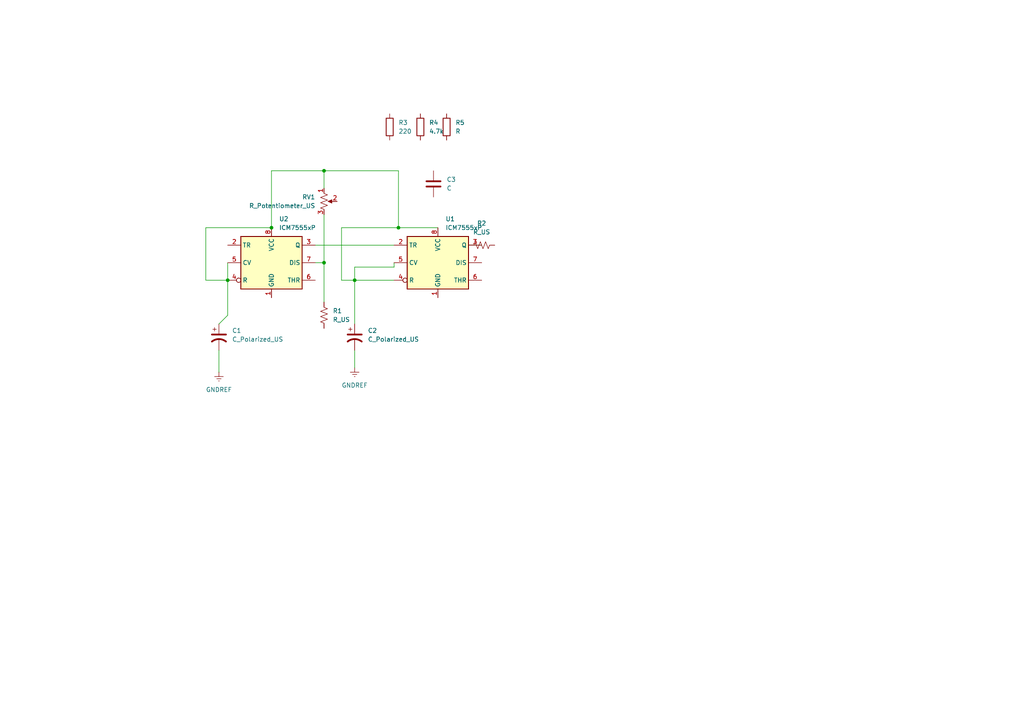
<source format=kicad_sch>
(kicad_sch (version 20231120) (generator "eeschema") (generator_version "8.0")
  (paper "A4")
  (lib_symbols
    (symbol "Device:C" (pin_numbers hide) (pin_names (offset 0.254))
      (property "Reference" "C" (at 0.635 2.54 0))
      (property "Value" "C" (at 0.635 -2.54 0))
      (symbol "C_0_1"
        (polyline (pts (xy -2.032 -0.762) (xy 2.032 -0.762)) (stroke (width 0.508)))
        (polyline (pts (xy -2.032 0.762) (xy 2.032 0.762)) (stroke (width 0.508)))
      )
      (symbol "C_1_1"
        (pin passive line (at 0 3.81 270) (length 2.794) (name "~") (number "1"))
        (pin passive line (at 0 -3.81 90) (length 2.794) (name "~") (number "2"))
      )
    )
    (symbol "Device:C_Polarized_US" (pin_numbers hide) (pin_names (offset 0.254) hide)
      (property "Reference" "C" (at 0.635 2.54 0))
      (property "Value" "C_Polarized_US" (at 0.635 -2.54 0))
      (symbol "C_Polarized_US_0_1"
        (polyline (pts (xy -2.032 0.762) (xy 2.032 0.762)) (stroke (width 0.508)))
        (polyline (pts (xy -1.778 2.286) (xy -0.762 2.286)))
        (polyline (pts (xy -1.27 1.778) (xy -1.27 2.794)))
        (arc (start 2.032 -1.27) (mid 0 -0.5572) (end -2.032 -1.27) (stroke (width 0.508)))
      )
      (symbol "C_Polarized_US_1_1"
        (pin passive line (at 0 3.81 270) (length 2.794) (name "~") (number "1"))
        (pin passive line (at 0 -3.81 90) (length 3.302) (name "~") (number "2"))
      )
    )
    (symbol "Device:R" (pin_numbers hide) (pin_names (offset 0))
      (property "Reference" "R" (at 2.032 0 90))
      (property "Value" "R" (at 0 0 90))
      (symbol "R_0_1"
        (rectangle (start -1.016 -2.54) (end 1.016 2.54) (stroke (width 0.254)))
      )
      (symbol "R_1_1"
        (pin passive line (at 0 3.81 270) (length 1.27) (name "~") (number "1"))
        (pin passive line (at 0 -3.81 90) (length 1.27) (name "~") (number "2"))
      )
    )
    (symbol "Device:R_Potentiometer_US" (pin_names (offset 1.016) hide)
      (property "Reference" "RV" (at -4.445 0 90))
      (property "Value" "R_Potentiometer_US" (at -2.54 0 90))
      (symbol "R_Potentiometer_US_0_1"
        (polyline (pts (xy 0 -2.286) (xy 0 -2.54)))
        (polyline (pts (xy 0 2.54) (xy 0 2.286)))
        (polyline (pts (xy 2.54 0) (xy 1.524 0)))
        (polyline (pts (xy 1.143 0) (xy 2.286 0.508) (xy 2.286 -0.508) (xy 1.143 0)) (fill (type outline)))
        (polyline (pts (xy 0 -0.762) (xy 1.016 -1.143) (xy 0 -1.524) (xy -1.016 -1.905) (xy 0 -2.286)))
        (polyline (pts (xy 0 0.762) (xy 1.016 0.381) (xy 0 0) (xy -1.016 -0.381) (xy 0 -0.762)))
        (polyline (pts (xy 0 2.286) (xy 1.016 1.905) (xy 0 1.524) (xy -1.016 1.143) (xy 0 0.762)))
      )
      (symbol "R_Potentiometer_US_1_1"
        (pin passive line (at 0 3.81 270) (length 1.27) (name "1") (number "1"))
        (pin passive line (at 3.81 0 180) (length 1.27) (name "2") (number "2"))
        (pin passive line (at 0 -3.81 90) (length 1.27) (name "3") (number "3"))
      )
    )
    (symbol "Device:R_US" (pin_numbers hide) (pin_names (offset 0))
      (property "Reference" "R" (at 2.54 0 90))
      (property "Value" "R_US" (at -2.54 0 90))
      (symbol "R_US_0_1"
        (polyline (pts (xy 0 -2.286) (xy 0 -2.54)))
        (polyline (pts (xy 0 2.286) (xy 0 2.54)))
        (polyline (pts (xy 0 -0.762) (xy 1.016 -1.143) (xy 0 -1.524) (xy -1.016 -1.905) (xy 0 -2.286)))
        (polyline (pts (xy 0 0.762) (xy 1.016 0.381) (xy 0 0) (xy -1.016 -0.381) (xy 0 -0.762)))
        (polyline (pts (xy 0 2.286) (xy 1.016 1.905) (xy 0 1.524) (xy -1.016 1.143) (xy 0 0.762)))
      )
      (symbol "R_US_1_1"
        (pin passive line (at 0 3.81 270) (length 1.27) (name "~") (number "1"))
        (pin passive line (at 0 -3.81 90) (length 1.27) (name "~") (number "2"))
      )
    )
    (symbol "Timer:ICM7555xP"
      (property "Reference" "U" (at -10.16 8.89 0))
      (property "Value" "ICM7555xP" (at 2.54 8.89 0))
      (symbol "ICM7555xP_0_0"
        (pin power_in line (at 0 -10.16 90) (length 2.54) (name "GND") (number "1"))
        (pin power_in line (at 0 10.16 270) (length 2.54) (name "VCC") (number "8"))
      )
      (symbol "ICM7555xP_0_1"
        (rectangle (start -8.89 -7.62) (end 8.89 7.62) (stroke (width 0.254)) (fill (type background)))
        (rectangle (start -8.89 -7.62) (end 8.89 7.62) (stroke (width 0.254)) (fill (type background)))
      )
      (symbol "ICM7555xP_1_1"
        (pin input line (at -12.7 5.08 0) (length 3.81) (name "TR") (number "2"))
        (pin output line (at 12.7 5.08 180) (length 3.81) (name "Q") (number "3"))
        (pin input inverted (at -12.7 -5.08 0) (length 3.81) (name "R") (number "4"))
        (pin input line (at -12.7 0 0) (length 3.81) (name "CV") (number "5"))
        (pin input line (at 12.7 -5.08 180) (length 3.81) (name "THR") (number "6"))
        (pin input line (at 12.7 0 180) (length 3.81) (name "DIS") (number "7"))
      )
    )
    (symbol "power:GNDREF" (power) (pin_numbers hide) (pin_names (offset 0) hide)
      (property "Value" "GNDREF" (at 0 -3.81 0))
      (symbol "GNDREF_0_1"
        (polyline (pts (xy -0.635 -1.905) (xy 0.635 -1.905)))
        (polyline (pts (xy -0.127 -2.54) (xy 0.127 -2.54)))
        (polyline (pts (xy 0 -1.27) (xy 0 0)))
        (polyline (pts (xy 1.27 -1.27) (xy -1.27 -1.27)))
      )
      (symbol "GNDREF_1_1"
        (pin power_in line (at 0 0 270) (length 0) (name "~") (number "1"))
      )
    )
  )
  (junction (at 102.87 81.28))
  (junction (at 78.74 66.04))
  (junction (at 115.57 66.04))
  (junction (at 93.98 76.2))
  (junction (at 93.98 49.53))
  (junction (at 66.04 81.28))
  (wire (pts (xy 78.74 49.53) (xy 78.74 66.04)))
  (wire (pts (xy 93.98 62.23) (xy 93.98 76.2)))
  (wire (pts (xy 63.5 101.6) (xy 63.5 107.95)))
  (wire (pts (xy 78.74 49.53) (xy 93.98 49.53)))
  (wire (pts (xy 102.87 77.47) (xy 102.87 81.28)))
  (wire (pts (xy 59.69 66.04) (xy 78.74 66.04)))
  (wire (pts (xy 66.04 91.44) (xy 63.5 93.98)))
  (wire (pts (xy 99.06 66.04) (xy 115.57 66.04)))
  (wire (pts (xy 93.98 76.2) (xy 93.98 87.63)))
  (wire (pts (xy 114.3 77.47) (xy 102.87 77.47)))
  (wire (pts (xy 114.3 81.28) (xy 102.87 81.28)))
  (wire (pts (xy 115.57 49.53) (xy 115.57 66.04)))
  (wire (pts (xy 93.98 49.53) (xy 93.98 54.61)))
  (wire (pts (xy 99.06 81.28) (xy 102.87 81.28)))
  (wire (pts (xy 114.3 76.2) (xy 114.3 77.47)))
  (wire (pts (xy 91.44 71.12) (xy 114.3 71.12)))
  (wire (pts (xy 102.87 101.6) (xy 102.87 106.68)))
  (wire (pts (xy 66.04 76.2) (xy 66.04 81.28)))
  (wire (pts (xy 139.7 71.12) (xy 135.89 71.12)))
  (wire (pts (xy 102.87 81.28) (xy 102.87 93.98)))
  (wire (pts (xy 99.06 66.04) (xy 99.06 81.28)))
  (wire (pts (xy 66.04 81.28) (xy 66.04 91.44)))
  (wire (pts (xy 91.44 76.2) (xy 93.98 76.2)))
  (wire (pts (xy 59.69 66.04) (xy 59.69 81.28)))
  (wire (pts (xy 59.69 81.28) (xy 66.04 81.28)))
  (wire (pts (xy 127 66.04) (xy 115.57 66.04)))
  (wire (pts (xy 93.98 49.53) (xy 115.57 49.53)))
  (symbol (lib_id "Device:R") (at 129.54 36.83 0) (unit 1)
    (property "Reference" "R5" (at 132.08 35.5599 0) (effects (justify left)))
    (property "Value" "R" (at 132.08 38.0999 0) (effects (justify left)))
    (property "Description" "Resistor" (effects (hide yes)))
  )
  (symbol (lib_id "Device:R_US") (at 139.7 71.12 90) (unit 1)
    (property "Reference" "R2" (at 139.7 64.77 90))
    (property "Value" "R_US" (at 139.7 67.31 90))
    (property "Description" "Resistor, US symbol" (effects (hide yes)))
  )
  (symbol (lib_id "power:GNDREF") (at 102.87 106.68 0) (unit 1)
    (property "Reference" "#PWR01" (effects (hide yes)))
    (property "Value" "GNDREF" (at 102.87 111.76 0))
    (property "Description" "Power symbol creates a global label with name \"GNDREF\" , reference supply ground" (effects (hide yes)))
  )
  (symbol (lib_id "Timer:ICM7555xP") (at 127 76.2 0) (unit 1)
    (property "Reference" "U1" (at 129.1941 63.5 0) (effects (justify left)))
    (property "Value" "ICM7555xP" (at 129.1941 66.04 0) (effects (justify left)))
    (property "Footprint" "Package_DIP:DIP-8_W7.62mm" (effects (hide yes)))
    (property "Datasheet" "http://www.intersil.com/content/dam/Intersil/documents/icm7/icm7555-56.pdf" (effects (hide yes)))
    (property "Description" "CMOS General Purpose Timer, 555 compatible, PDIP-8" (effects (hide yes)))
  )
  (symbol (lib_id "Device:R_US") (at 93.98 91.44 0) (unit 1)
    (property "Reference" "R1" (at 96.52 90.1699 0) (effects (justify left)))
    (property "Value" "R_US" (at 96.52 92.7099 0) (effects (justify left)))
    (property "Description" "Resistor, US symbol" (effects (hide yes)))
  )
  (symbol (lib_id "Timer:ICM7555xP") (at 78.74 76.2 0) (unit 1)
    (property "Reference" "U2" (at 80.9341 63.5 0) (effects (justify left)))
    (property "Value" "ICM7555xP" (at 80.9341 66.04 0) (effects (justify left)))
    (property "Footprint" "Package_DIP:DIP-8_W7.62mm" (effects (hide yes)))
    (property "Datasheet" "http://www.intersil.com/content/dam/Intersil/documents/icm7/icm7555-56.pdf" (effects (hide yes)))
    (property "Description" "CMOS General Purpose Timer, 555 compatible, PDIP-8" (effects (hide yes)))
  )
  (symbol (lib_id "Device:R") (at 113.03 36.83 0) (unit 1)
    (property "Reference" "R3" (at 115.57 35.5599 0) (effects (justify left)))
    (property "Value" "220" (at 115.57 38.0999 0) (effects (justify left)))
    (property "Description" "Resistor" (effects (hide yes)))
  )
  (symbol (lib_id "Device:C_Polarized_US") (at 63.5 97.79 0) (unit 1)
    (property "Reference" "C1" (at 67.31 95.8849 0) (effects (justify left)))
    (property "Value" "C_Polarized_US" (at 67.31 98.4249 0) (effects (justify left)))
    (property "Description" "Polarized capacitor, US symbol" (effects (hide yes)))
  )
  (symbol (lib_id "Device:R_Potentiometer_US") (at 93.98 58.42 0) (unit 1)
    (property "Reference" "RV1" (at 91.44 57.1499 0) (effects (justify right)))
    (property "Value" "R_Potentiometer_US" (at 91.44 59.6899 0) (effects (justify right)))
    (property "Description" "Potentiometer, US symbol" (effects (hide yes)))
  )
  (symbol (lib_id "power:GNDREF") (at 63.5 107.95 0) (unit 1)
    (property "Reference" "#PWR02" (effects (hide yes)))
    (property "Value" "GNDREF" (at 63.5 113.03 0))
    (property "Description" "Power symbol creates a global label with name \"GNDREF\" , reference supply ground" (effects (hide yes)))
  )
  (symbol (lib_id "Device:R") (at 121.92 36.83 0) (unit 1)
    (property "Reference" "R4" (at 124.46 35.5599 0) (effects (justify left)))
    (property "Value" "4.7k" (at 124.46 38.0999 0) (effects (justify left)))
    (property "Description" "Resistor" (effects (hide yes)))
  )
  (symbol (lib_id "Device:C") (at 125.73 53.34 0) (unit 1)
    (property "Reference" "C3" (at 129.54 52.0699 0) (effects (justify left)))
    (property "Value" "C" (at 129.54 54.6099 0) (effects (justify left)))
    (property "Description" "Unpolarized capacitor" (effects (hide yes)))
  )
  (symbol (lib_id "Device:C_Polarized_US") (at 102.87 97.79 0) (unit 1)
    (property "Reference" "C2" (at 106.68 95.8849 0) (effects (justify left)))
    (property "Value" "C_Polarized_US" (at 106.68 98.4249 0) (effects (justify left)))
    (property "Description" "Polarized capacitor, US symbol" (effects (hide yes)))
  )
)
</source>
